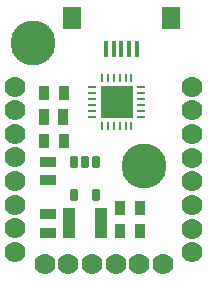
<source format=gts>
G04 Layer_Color=8388736*
%FSAX24Y24*%
%MOIN*%
G70*
G01*
G75*
%ADD10R,0.0374X0.0532*%
%ADD11R,0.1055X0.1055*%
%ADD12O,0.0315X0.0079*%
%ADD13O,0.0079X0.0315*%
%ADD14R,0.0532X0.0374*%
%ADD15R,0.0433X0.1024*%
G04:AMPARAMS|DCode=16|XSize=23.6mil|YSize=39.4mil|CornerRadius=2mil|HoleSize=0mil|Usage=FLASHONLY|Rotation=0.000|XOffset=0mil|YOffset=0mil|HoleType=Round|Shape=RoundedRectangle|*
%AMROUNDEDRECTD16*
21,1,0.0236,0.0354,0,0,0.0*
21,1,0.0196,0.0394,0,0,0.0*
1,1,0.0040,0.0098,-0.0177*
1,1,0.0040,-0.0098,-0.0177*
1,1,0.0040,-0.0098,0.0177*
1,1,0.0040,0.0098,0.0177*
%
%ADD16ROUNDEDRECTD16*%
%ADD17R,0.0335X0.0512*%
%ADD18R,0.0630X0.0748*%
%ADD19R,0.0157X0.0532*%
%ADD27C,0.1500*%
%ADD28C,0.0700*%
D10*
X035885Y030200D02*
D03*
X036515D02*
D03*
D11*
X038300Y030700D02*
D03*
D12*
X039107Y031192D02*
D03*
Y030995D02*
D03*
Y030798D02*
D03*
Y030602D02*
D03*
Y030405D02*
D03*
Y030208D02*
D03*
X037493D02*
D03*
Y030405D02*
D03*
Y030602D02*
D03*
Y030798D02*
D03*
Y030995D02*
D03*
Y031192D02*
D03*
D13*
X038792Y029893D02*
D03*
X038595D02*
D03*
X038398D02*
D03*
X038202D02*
D03*
X038005D02*
D03*
X037808D02*
D03*
Y031507D02*
D03*
X038005D02*
D03*
X038202D02*
D03*
X038398D02*
D03*
X038595D02*
D03*
X038792D02*
D03*
D14*
X036000Y028085D02*
D03*
Y028715D02*
D03*
Y026965D02*
D03*
Y026335D02*
D03*
D15*
X036718Y026650D02*
D03*
X037782D02*
D03*
D16*
X037624Y027609D02*
D03*
X036876D02*
D03*
Y028691D02*
D03*
X037250D02*
D03*
X037624D02*
D03*
D17*
X035865Y031000D02*
D03*
X036535D02*
D03*
X035865Y029400D02*
D03*
X036535D02*
D03*
X038415Y026400D02*
D03*
X039085D02*
D03*
X039085Y027150D02*
D03*
X038415D02*
D03*
D18*
X036796Y033503D02*
D03*
X040104D02*
D03*
D19*
X037938Y032450D02*
D03*
X038194D02*
D03*
X038450D02*
D03*
X038706D02*
D03*
X038962D02*
D03*
D27*
X035500Y032650D02*
D03*
X039200Y028550D02*
D03*
D28*
X034925Y031200D02*
D03*
Y030420D02*
D03*
Y029630D02*
D03*
Y028850D02*
D03*
Y028050D02*
D03*
Y027270D02*
D03*
Y026490D02*
D03*
Y025700D02*
D03*
X035900Y025305D02*
D03*
X036680D02*
D03*
X037460D02*
D03*
X038260D02*
D03*
X039040D02*
D03*
X039840D02*
D03*
X040825Y025690D02*
D03*
Y026480D02*
D03*
Y027260D02*
D03*
Y028050D02*
D03*
Y028840D02*
D03*
Y029620D02*
D03*
Y030420D02*
D03*
Y031200D02*
D03*
M02*

</source>
